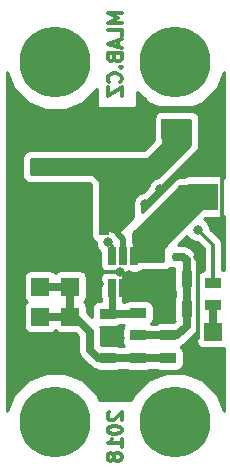
<source format=gbr>
G04 #@! TF.GenerationSoftware,KiCad,Pcbnew,(2018-02-10 revision a04965c36)-makepkg*
G04 #@! TF.CreationDate,2018-07-08T18:58:52+02:00*
G04 #@! TF.ProjectId,STEPUPDC01A,53544550555044433031412E6B696361,REV*
G04 #@! TF.SameCoordinates,Original*
G04 #@! TF.FileFunction,Copper,L2,Bot,Signal*
G04 #@! TF.FilePolarity,Positive*
%FSLAX46Y46*%
G04 Gerber Fmt 4.6, Leading zero omitted, Abs format (unit mm)*
G04 Created by KiCad (PCBNEW (2018-02-10 revision a04965c36)-makepkg) date 07/08/18 18:58:52*
%MOMM*%
%LPD*%
G01*
G04 APERTURE LIST*
%ADD10C,0.300000*%
%ADD11R,2.500000X2.300000*%
%ADD12R,2.500000X1.800000*%
%ADD13R,0.600000X0.700000*%
%ADD14R,1.524000X1.524000*%
%ADD15C,6.000000*%
%ADD16R,0.650000X1.560000*%
%ADD17R,0.899000X1.400000*%
%ADD18R,0.889000X1.400000*%
%ADD19R,1.400000X0.889000*%
%ADD20R,1.400000X0.899000*%
%ADD21C,0.800000*%
%ADD22C,0.500000*%
%ADD23C,0.700000*%
%ADD24C,0.600000*%
%ADD25C,0.254000*%
G04 APERTURE END LIST*
D10*
X109127857Y-44167857D02*
X107927857Y-44167857D01*
X108785000Y-44567857D01*
X107927857Y-44967857D01*
X109127857Y-44967857D01*
X109127857Y-46110714D02*
X109127857Y-45539285D01*
X107927857Y-45539285D01*
X108785000Y-46453571D02*
X108785000Y-47025000D01*
X109127857Y-46339285D02*
X107927857Y-46739285D01*
X109127857Y-47139285D01*
X108499285Y-47939285D02*
X108556428Y-48110714D01*
X108613571Y-48167857D01*
X108727857Y-48225000D01*
X108899285Y-48225000D01*
X109013571Y-48167857D01*
X109070714Y-48110714D01*
X109127857Y-47996428D01*
X109127857Y-47539285D01*
X107927857Y-47539285D01*
X107927857Y-47939285D01*
X107985000Y-48053571D01*
X108042142Y-48110714D01*
X108156428Y-48167857D01*
X108270714Y-48167857D01*
X108385000Y-48110714D01*
X108442142Y-48053571D01*
X108499285Y-47939285D01*
X108499285Y-47539285D01*
X109013571Y-48739285D02*
X109070714Y-48796428D01*
X109127857Y-48739285D01*
X109070714Y-48682142D01*
X109013571Y-48739285D01*
X109127857Y-48739285D01*
X109013571Y-49996428D02*
X109070714Y-49939285D01*
X109127857Y-49767857D01*
X109127857Y-49653571D01*
X109070714Y-49482142D01*
X108956428Y-49367857D01*
X108842142Y-49310714D01*
X108613571Y-49253571D01*
X108442142Y-49253571D01*
X108213571Y-49310714D01*
X108099285Y-49367857D01*
X107985000Y-49482142D01*
X107927857Y-49653571D01*
X107927857Y-49767857D01*
X107985000Y-49939285D01*
X108042142Y-49996428D01*
X107927857Y-50396428D02*
X107927857Y-51196428D01*
X109127857Y-50396428D01*
X109127857Y-51196428D01*
X108042142Y-77952857D02*
X107985000Y-78010000D01*
X107927857Y-78124285D01*
X107927857Y-78410000D01*
X107985000Y-78524285D01*
X108042142Y-78581428D01*
X108156428Y-78638571D01*
X108270714Y-78638571D01*
X108442142Y-78581428D01*
X109127857Y-77895714D01*
X109127857Y-78638571D01*
X107927857Y-79381428D02*
X107927857Y-79495714D01*
X107985000Y-79610000D01*
X108042142Y-79667142D01*
X108156428Y-79724285D01*
X108385000Y-79781428D01*
X108670714Y-79781428D01*
X108899285Y-79724285D01*
X109013571Y-79667142D01*
X109070714Y-79610000D01*
X109127857Y-79495714D01*
X109127857Y-79381428D01*
X109070714Y-79267142D01*
X109013571Y-79210000D01*
X108899285Y-79152857D01*
X108670714Y-79095714D01*
X108385000Y-79095714D01*
X108156428Y-79152857D01*
X108042142Y-79210000D01*
X107985000Y-79267142D01*
X107927857Y-79381428D01*
X109127857Y-80924285D02*
X109127857Y-80238571D01*
X109127857Y-80581428D02*
X107927857Y-80581428D01*
X108099285Y-80467142D01*
X108213571Y-80352857D01*
X108270714Y-80238571D01*
X108442142Y-81610000D02*
X108385000Y-81495714D01*
X108327857Y-81438571D01*
X108213571Y-81381428D01*
X108156428Y-81381428D01*
X108042142Y-81438571D01*
X107985000Y-81495714D01*
X107927857Y-81610000D01*
X107927857Y-81838571D01*
X107985000Y-81952857D01*
X108042142Y-82010000D01*
X108156428Y-82067142D01*
X108213571Y-82067142D01*
X108327857Y-82010000D01*
X108385000Y-81952857D01*
X108442142Y-81838571D01*
X108442142Y-81610000D01*
X108499285Y-81495714D01*
X108556428Y-81438571D01*
X108670714Y-81381428D01*
X108899285Y-81381428D01*
X109013571Y-81438571D01*
X109070714Y-81495714D01*
X109127857Y-81610000D01*
X109127857Y-81838571D01*
X109070714Y-81952857D01*
X109013571Y-82010000D01*
X108899285Y-82067142D01*
X108670714Y-82067142D01*
X108556428Y-82010000D01*
X108499285Y-81952857D01*
X108442142Y-81838571D01*
D11*
X116045000Y-59690000D03*
X108745000Y-59690000D03*
D12*
X109760000Y-53975000D03*
X113760000Y-53975000D03*
D13*
X112330000Y-64770000D03*
X113730000Y-64770000D03*
D14*
X102235000Y-54610000D03*
X104775000Y-54610000D03*
X102235000Y-57150000D03*
X104775000Y-57150000D03*
X102235000Y-59690000D03*
X104775000Y-59690000D03*
X104775000Y-72390000D03*
X102235000Y-72390000D03*
X104775000Y-69850000D03*
X102235000Y-69850000D03*
X104775000Y-67310000D03*
X102235000Y-67310000D03*
X104775000Y-64770000D03*
X102235000Y-64770000D03*
D15*
X113665000Y-78740000D03*
X103505000Y-48260000D03*
X113665000Y-48260000D03*
X103505000Y-78740000D03*
D16*
X110170000Y-67390000D03*
X109220000Y-67390000D03*
X108270000Y-67390000D03*
X108270000Y-64690000D03*
X110170000Y-64690000D03*
X109220000Y-64690000D03*
D17*
X107632500Y-62230000D03*
D18*
X105727500Y-62230000D03*
X112712500Y-66675000D03*
D17*
X114617500Y-66675000D03*
X114617500Y-69215000D03*
D18*
X112712500Y-69215000D03*
D19*
X110490000Y-75247500D03*
D20*
X110490000Y-73342500D03*
X107950000Y-73342500D03*
D19*
X107950000Y-75247500D03*
X116840000Y-68897500D03*
D20*
X116840000Y-66992500D03*
X110490000Y-71437500D03*
D19*
X110490000Y-69532500D03*
D20*
X107950000Y-69596000D03*
D19*
X107950000Y-71501000D03*
X113030000Y-71437500D03*
D20*
X113030000Y-73342500D03*
D14*
X116840000Y-71120000D03*
X116840000Y-73660000D03*
D21*
X108966000Y-61722000D03*
X115572755Y-62479190D03*
X112395000Y-59055000D03*
X111125000Y-60325000D03*
X117475000Y-62865000D03*
X115570000Y-64770000D03*
X109220000Y-74930000D03*
X109474000Y-76200000D03*
X108458000Y-76200000D03*
X107442000Y-76200000D03*
X106426000Y-74676000D03*
X115062000Y-74168000D03*
X115062000Y-73152000D03*
X115062000Y-72136000D03*
X113284000Y-67818000D03*
X112522000Y-67818000D03*
X108966000Y-71628000D03*
X108966000Y-70866000D03*
X105156000Y-73914000D03*
X104140000Y-73914000D03*
X103124000Y-73914000D03*
X102108000Y-73914000D03*
X102108000Y-63500000D03*
X103378000Y-63500000D03*
X103378000Y-61214000D03*
X102362000Y-61214000D03*
X101346000Y-61214000D03*
X106172000Y-54102000D03*
X106172000Y-55118000D03*
X107442000Y-55118000D03*
X107442000Y-54102000D03*
X107442000Y-53086000D03*
X105918000Y-53086000D03*
X104648000Y-53086000D03*
X103378000Y-53086000D03*
X102108000Y-53086000D03*
X104394000Y-61214000D03*
X104394000Y-62484000D03*
X104394000Y-63500000D03*
X105410000Y-63500000D03*
X106426000Y-64262000D03*
X106426000Y-65278000D03*
X106680000Y-68072000D03*
X107188000Y-67056000D03*
X107188000Y-66040000D03*
X108966000Y-66070002D03*
X109728000Y-66294000D03*
X110744000Y-66294000D03*
X111760000Y-66294000D03*
X111760000Y-67310000D03*
X111760000Y-68326000D03*
X107950000Y-63530002D03*
D10*
X116840000Y-63746435D02*
X115572755Y-62479190D01*
X116840000Y-66992500D02*
X116840000Y-63746435D01*
D22*
X108712000Y-62738000D02*
X108712000Y-62360000D01*
X108712000Y-62360000D02*
X108582000Y-62230000D01*
X108582000Y-62230000D02*
X107632500Y-62230000D01*
X109220000Y-63246000D02*
X108712000Y-62738000D01*
X109220000Y-64690000D02*
X109220000Y-63246000D01*
D10*
X112395000Y-59055000D02*
X111125000Y-60325000D01*
X114300000Y-57150000D02*
X112395000Y-59055000D01*
X117645001Y-51605001D02*
X117645001Y-57150000D01*
X117645001Y-57150000D02*
X117645001Y-62694999D01*
X117645001Y-57150000D02*
X114300000Y-57150000D01*
X117475000Y-51435000D02*
X117645001Y-51605001D01*
X117645001Y-62694999D02*
X117475000Y-62865000D01*
X110744000Y-52197000D02*
X117119000Y-52197000D01*
X109760000Y-53975000D02*
X109760000Y-52775000D01*
X109760000Y-52775000D02*
X111100000Y-51435000D01*
X115570000Y-71628000D02*
X115570000Y-64770000D01*
X115062000Y-72136000D02*
X115570000Y-71628000D01*
X109474000Y-75184000D02*
X109220000Y-74930000D01*
X109474000Y-76200000D02*
X109474000Y-75184000D01*
X107442000Y-76200000D02*
X108458000Y-76200000D01*
X106997500Y-75247500D02*
X106426000Y-74676000D01*
X107950000Y-75247500D02*
X106997500Y-75247500D01*
X115062000Y-73152000D02*
X115062000Y-74168000D01*
X116586000Y-73660000D02*
X115062000Y-72136000D01*
X116840000Y-73660000D02*
X116586000Y-73660000D01*
X112014000Y-68326000D02*
X112522000Y-67818000D01*
X111760000Y-68326000D02*
X112014000Y-68326000D01*
X108331000Y-71501000D02*
X108966000Y-70866000D01*
X107950000Y-71501000D02*
X108331000Y-71501000D01*
X104140000Y-73914000D02*
X105156000Y-73914000D01*
X102108000Y-73914000D02*
X103124000Y-73914000D01*
X103378000Y-63500000D02*
X102108000Y-63500000D01*
X102362000Y-61214000D02*
X103378000Y-61214000D01*
X102235000Y-60325000D02*
X101346000Y-61214000D01*
X102235000Y-59690000D02*
X102235000Y-60325000D01*
X107442000Y-55118000D02*
X106172000Y-55118000D01*
X107442000Y-53086000D02*
X107442000Y-54102000D01*
X104648000Y-53086000D02*
X105918000Y-53086000D01*
X102108000Y-53086000D02*
X103378000Y-53086000D01*
X104394000Y-62484000D02*
X104394000Y-61214000D01*
X105410000Y-63500000D02*
X104394000Y-63500000D01*
X106426000Y-65278000D02*
X106426000Y-64262000D01*
X107188000Y-67564000D02*
X106680000Y-68072000D01*
X107188000Y-67056000D02*
X107188000Y-67564000D01*
X107218002Y-66070002D02*
X107188000Y-66040000D01*
X108966000Y-66070002D02*
X107218002Y-66070002D01*
X110744000Y-66294000D02*
X109728000Y-66294000D01*
X111760000Y-67310000D02*
X111760000Y-66294000D01*
X110824000Y-67390000D02*
X111760000Y-68326000D01*
X110170000Y-67390000D02*
X110824000Y-67390000D01*
D23*
X113030000Y-71437500D02*
X110490000Y-71437500D01*
X113792000Y-71437500D02*
X113030000Y-71437500D01*
X114617500Y-69215000D02*
X114617500Y-70615000D01*
X114617500Y-70615000D02*
X113795000Y-71437500D01*
X113795000Y-71437500D02*
X113792000Y-71437500D01*
X114617500Y-66675000D02*
X114617500Y-69215000D01*
X114300000Y-64770000D02*
X114617500Y-65087500D01*
X114617500Y-65087500D02*
X114617500Y-66675000D01*
X113730000Y-64770000D02*
X114300000Y-64770000D01*
X104775000Y-67310000D02*
X104775000Y-69850000D01*
X102235000Y-67310000D02*
X104775000Y-67310000D01*
X102235000Y-69850000D02*
X104775000Y-69850000D01*
X107124500Y-73342500D02*
X106426000Y-72644000D01*
X107950000Y-73342500D02*
X107124500Y-73342500D01*
X106426000Y-72644000D02*
X106426000Y-71120000D01*
X106426000Y-71120000D02*
X105156000Y-69850000D01*
X105156000Y-69850000D02*
X104775000Y-69850000D01*
X110490000Y-73342500D02*
X107950000Y-73342500D01*
X113030000Y-73342500D02*
X110490000Y-73342500D01*
X112330000Y-62676000D02*
X112959000Y-62676000D01*
X112959000Y-62676000D02*
X115945000Y-59690000D01*
X115945000Y-59690000D02*
X116045000Y-59690000D01*
X112330000Y-64770000D02*
X112330000Y-62676000D01*
D10*
X108270000Y-63850002D02*
X107950000Y-63530002D01*
X108270000Y-64690000D02*
X108270000Y-63850002D01*
D23*
X116840000Y-68897500D02*
X116840000Y-71120000D01*
D24*
X108270000Y-67390000D02*
X108270000Y-69276000D01*
X108270000Y-69276000D02*
X107950000Y-69596000D01*
D23*
X107950000Y-69596000D02*
X110426500Y-69596000D01*
X110426500Y-69596000D02*
X110490000Y-69532500D01*
D25*
G36*
X114935000Y-55319394D02*
X112234394Y-58020000D01*
X112189126Y-58020000D01*
X111808720Y-58177569D01*
X111517569Y-58468720D01*
X111360000Y-58849126D01*
X111360000Y-58894394D01*
X110964394Y-59290000D01*
X110919126Y-59290000D01*
X110538720Y-59447569D01*
X110247569Y-59738720D01*
X110090000Y-60119126D01*
X110090000Y-60530874D01*
X110109000Y-60576744D01*
X110109000Y-61415394D01*
X108704052Y-62820343D01*
X108536280Y-62652571D01*
X108155874Y-62495002D01*
X107744126Y-62495002D01*
X107363720Y-62652571D01*
X107315000Y-62701291D01*
X107315000Y-58420000D01*
X107305333Y-58371399D01*
X107277803Y-58330197D01*
X106769803Y-57822197D01*
X106728601Y-57794667D01*
X106680000Y-57785000D01*
X101473000Y-57785000D01*
X101473000Y-56515000D01*
X111252000Y-56515000D01*
X111300601Y-56505333D01*
X111341803Y-56477803D01*
X112611803Y-55207803D01*
X112639333Y-55166601D01*
X112649000Y-55118000D01*
X112649000Y-53213000D01*
X114935000Y-53213000D01*
X114935000Y-55319394D01*
X114935000Y-55319394D01*
G37*
X114935000Y-55319394D02*
X112234394Y-58020000D01*
X112189126Y-58020000D01*
X111808720Y-58177569D01*
X111517569Y-58468720D01*
X111360000Y-58849126D01*
X111360000Y-58894394D01*
X110964394Y-59290000D01*
X110919126Y-59290000D01*
X110538720Y-59447569D01*
X110247569Y-59738720D01*
X110090000Y-60119126D01*
X110090000Y-60530874D01*
X110109000Y-60576744D01*
X110109000Y-61415394D01*
X108704052Y-62820343D01*
X108536280Y-62652571D01*
X108155874Y-62495002D01*
X107744126Y-62495002D01*
X107363720Y-62652571D01*
X107315000Y-62701291D01*
X107315000Y-58420000D01*
X107305333Y-58371399D01*
X107277803Y-58330197D01*
X106769803Y-57822197D01*
X106728601Y-57794667D01*
X106680000Y-57785000D01*
X101473000Y-57785000D01*
X101473000Y-56515000D01*
X111252000Y-56515000D01*
X111300601Y-56505333D01*
X111341803Y-56477803D01*
X112611803Y-55207803D01*
X112639333Y-55166601D01*
X112649000Y-55118000D01*
X112649000Y-53213000D01*
X114935000Y-53213000D01*
X114935000Y-55319394D01*
G36*
X115951000Y-60653394D02*
X115014062Y-61590332D01*
X114986475Y-61601759D01*
X114695324Y-61892910D01*
X114683897Y-61920497D01*
X112686197Y-63918197D01*
X112658667Y-63959399D01*
X112649000Y-64008000D01*
X112649000Y-65151000D01*
X110192440Y-65151000D01*
X110192440Y-63910000D01*
X110143157Y-63662235D01*
X110109000Y-63611115D01*
X110109000Y-63313049D01*
X110122337Y-63245999D01*
X110109000Y-63178949D01*
X110109000Y-62790606D01*
X111687201Y-61212405D01*
X111711280Y-61202431D01*
X112002431Y-60911280D01*
X112012405Y-60887201D01*
X112957201Y-59942405D01*
X112981280Y-59932431D01*
X113272431Y-59641280D01*
X113282405Y-59617201D01*
X114098606Y-58801000D01*
X115951000Y-58801000D01*
X115951000Y-60653394D01*
X115951000Y-60653394D01*
G37*
X115951000Y-60653394D02*
X115014062Y-61590332D01*
X114986475Y-61601759D01*
X114695324Y-61892910D01*
X114683897Y-61920497D01*
X112686197Y-63918197D01*
X112658667Y-63959399D01*
X112649000Y-64008000D01*
X112649000Y-65151000D01*
X110192440Y-65151000D01*
X110192440Y-63910000D01*
X110143157Y-63662235D01*
X110109000Y-63611115D01*
X110109000Y-63313049D01*
X110122337Y-63245999D01*
X110109000Y-63178949D01*
X110109000Y-62790606D01*
X111687201Y-61212405D01*
X111711280Y-61202431D01*
X112002431Y-60911280D01*
X112012405Y-60887201D01*
X112957201Y-59942405D01*
X112981280Y-59932431D01*
X113272431Y-59641280D01*
X113282405Y-59617201D01*
X114098606Y-58801000D01*
X115951000Y-58801000D01*
X115951000Y-60653394D01*
G36*
X117756001Y-58086968D02*
X117752809Y-58082191D01*
X117542765Y-57941843D01*
X117295000Y-57892560D01*
X114795000Y-57892560D01*
X114547235Y-57941843D01*
X114401830Y-58039000D01*
X114046000Y-58039000D01*
X113802996Y-58087336D01*
X113596987Y-58224987D01*
X110871000Y-60950974D01*
X110871000Y-60461026D01*
X115511013Y-55821013D01*
X115648664Y-55615004D01*
X115697000Y-55372000D01*
X115697000Y-53086000D01*
X115648664Y-52842996D01*
X115511013Y-52636987D01*
X115305004Y-52499336D01*
X115285673Y-52495491D01*
X115257765Y-52476843D01*
X115010000Y-52427560D01*
X112510000Y-52427560D01*
X112262235Y-52476843D01*
X112052191Y-52617191D01*
X111911843Y-52827235D01*
X111862560Y-53075000D01*
X111862560Y-54875000D01*
X111863292Y-54878682D01*
X110988974Y-55753000D01*
X105599541Y-55753000D01*
X105537000Y-55740560D01*
X104013000Y-55740560D01*
X103950459Y-55753000D01*
X103059541Y-55753000D01*
X102997000Y-55740560D01*
X101473000Y-55740560D01*
X101410459Y-55753000D01*
X101346000Y-55753000D01*
X101102996Y-55801336D01*
X100896987Y-55938987D01*
X100759336Y-56144996D01*
X100711000Y-56388000D01*
X100711000Y-57912000D01*
X100759336Y-58155004D01*
X100896987Y-58361013D01*
X101102996Y-58498664D01*
X101346000Y-58547000D01*
X101410459Y-58547000D01*
X101473000Y-58559440D01*
X102997000Y-58559440D01*
X103059541Y-58547000D01*
X103950459Y-58547000D01*
X104013000Y-58559440D01*
X105537000Y-58559440D01*
X105599541Y-58547000D01*
X106416974Y-58547000D01*
X106553000Y-58683026D01*
X106553000Y-61442322D01*
X106535560Y-61530000D01*
X106535560Y-62930000D01*
X106584843Y-63177765D01*
X106592116Y-63188649D01*
X106601336Y-63235004D01*
X106738987Y-63441013D01*
X106915000Y-63558621D01*
X106915000Y-63735876D01*
X107072569Y-64116282D01*
X107297560Y-64341273D01*
X107297560Y-65470000D01*
X107346843Y-65717765D01*
X107487191Y-65927809D01*
X107655095Y-66040000D01*
X107487191Y-66152191D01*
X107346843Y-66362235D01*
X107297560Y-66610000D01*
X107297560Y-68170000D01*
X107335001Y-68358228D01*
X107335001Y-68499060D01*
X107250000Y-68499060D01*
X107002235Y-68548343D01*
X106792191Y-68688691D01*
X106651843Y-68898735D01*
X106602560Y-69146500D01*
X106602560Y-69903560D01*
X106184440Y-69485440D01*
X106184440Y-69088000D01*
X106135157Y-68840235D01*
X105994809Y-68630191D01*
X105919693Y-68580000D01*
X105994809Y-68529809D01*
X106135157Y-68319765D01*
X106184440Y-68072000D01*
X106184440Y-66548000D01*
X106135157Y-66300235D01*
X105994809Y-66090191D01*
X105784765Y-65949843D01*
X105537000Y-65900560D01*
X104013000Y-65900560D01*
X103765235Y-65949843D01*
X103555191Y-66090191D01*
X103505000Y-66165307D01*
X103454809Y-66090191D01*
X103244765Y-65949843D01*
X102997000Y-65900560D01*
X101473000Y-65900560D01*
X101225235Y-65949843D01*
X101015191Y-66090191D01*
X100874843Y-66300235D01*
X100825560Y-66548000D01*
X100825560Y-68072000D01*
X100874843Y-68319765D01*
X101015191Y-68529809D01*
X101090307Y-68580000D01*
X101015191Y-68630191D01*
X100874843Y-68840235D01*
X100825560Y-69088000D01*
X100825560Y-70612000D01*
X100874843Y-70859765D01*
X101015191Y-71069809D01*
X101225235Y-71210157D01*
X101473000Y-71259440D01*
X102997000Y-71259440D01*
X103244765Y-71210157D01*
X103454809Y-71069809D01*
X103505000Y-70994693D01*
X103555191Y-71069809D01*
X103765235Y-71210157D01*
X104013000Y-71259440D01*
X105172440Y-71259440D01*
X105441001Y-71528001D01*
X105441000Y-72546991D01*
X105421704Y-72644000D01*
X105441000Y-72741008D01*
X105441000Y-72741011D01*
X105498151Y-73028327D01*
X105715855Y-73354145D01*
X105798098Y-73409098D01*
X106359402Y-73970402D01*
X106414355Y-74052645D01*
X106740172Y-74270349D01*
X106858011Y-74293789D01*
X107002235Y-74390157D01*
X107250000Y-74439440D01*
X108650000Y-74439440D01*
X108897765Y-74390157D01*
X108991537Y-74327500D01*
X109448463Y-74327500D01*
X109542235Y-74390157D01*
X109790000Y-74439440D01*
X111190000Y-74439440D01*
X111437765Y-74390157D01*
X111531537Y-74327500D01*
X111988463Y-74327500D01*
X112082235Y-74390157D01*
X112330000Y-74439440D01*
X113730000Y-74439440D01*
X113977765Y-74390157D01*
X114187809Y-74249809D01*
X114328157Y-74039765D01*
X114377440Y-73792000D01*
X114377440Y-72893000D01*
X114328157Y-72645235D01*
X114187809Y-72435191D01*
X114116435Y-72387500D01*
X114136979Y-72373773D01*
X114179328Y-72365349D01*
X114505145Y-72147645D01*
X114560098Y-72065402D01*
X115245405Y-71380096D01*
X115327645Y-71325145D01*
X115382596Y-71242905D01*
X115382598Y-71242903D01*
X115430560Y-71171123D01*
X115430560Y-71882000D01*
X115479843Y-72129765D01*
X115620191Y-72339809D01*
X115830235Y-72480157D01*
X116078000Y-72529440D01*
X117602000Y-72529440D01*
X117756000Y-72498808D01*
X117756000Y-77832177D01*
X117163702Y-76402242D01*
X116002758Y-75241298D01*
X114485911Y-74613000D01*
X112844089Y-74613000D01*
X111327242Y-75241298D01*
X110166298Y-76402242D01*
X109943848Y-76939285D01*
X107226152Y-76939285D01*
X107003702Y-76402242D01*
X105842758Y-75241298D01*
X104325911Y-74613000D01*
X102684089Y-74613000D01*
X101167242Y-75241298D01*
X100006298Y-76402242D01*
X99414000Y-77832177D01*
X99414000Y-49167823D01*
X100006298Y-50597758D01*
X101167242Y-51758702D01*
X102684089Y-52387000D01*
X104325911Y-52387000D01*
X105842758Y-51758702D01*
X107003702Y-50597758D01*
X107011000Y-50580139D01*
X107011000Y-52152857D01*
X110381000Y-52152857D01*
X110381000Y-50812460D01*
X111327242Y-51758702D01*
X112844089Y-52387000D01*
X114485911Y-52387000D01*
X116002758Y-51758702D01*
X117163702Y-50597758D01*
X117756001Y-49167821D01*
X117756001Y-58086968D01*
X117756001Y-58086968D01*
G37*
X117756001Y-58086968D02*
X117752809Y-58082191D01*
X117542765Y-57941843D01*
X117295000Y-57892560D01*
X114795000Y-57892560D01*
X114547235Y-57941843D01*
X114401830Y-58039000D01*
X114046000Y-58039000D01*
X113802996Y-58087336D01*
X113596987Y-58224987D01*
X110871000Y-60950974D01*
X110871000Y-60461026D01*
X115511013Y-55821013D01*
X115648664Y-55615004D01*
X115697000Y-55372000D01*
X115697000Y-53086000D01*
X115648664Y-52842996D01*
X115511013Y-52636987D01*
X115305004Y-52499336D01*
X115285673Y-52495491D01*
X115257765Y-52476843D01*
X115010000Y-52427560D01*
X112510000Y-52427560D01*
X112262235Y-52476843D01*
X112052191Y-52617191D01*
X111911843Y-52827235D01*
X111862560Y-53075000D01*
X111862560Y-54875000D01*
X111863292Y-54878682D01*
X110988974Y-55753000D01*
X105599541Y-55753000D01*
X105537000Y-55740560D01*
X104013000Y-55740560D01*
X103950459Y-55753000D01*
X103059541Y-55753000D01*
X102997000Y-55740560D01*
X101473000Y-55740560D01*
X101410459Y-55753000D01*
X101346000Y-55753000D01*
X101102996Y-55801336D01*
X100896987Y-55938987D01*
X100759336Y-56144996D01*
X100711000Y-56388000D01*
X100711000Y-57912000D01*
X100759336Y-58155004D01*
X100896987Y-58361013D01*
X101102996Y-58498664D01*
X101346000Y-58547000D01*
X101410459Y-58547000D01*
X101473000Y-58559440D01*
X102997000Y-58559440D01*
X103059541Y-58547000D01*
X103950459Y-58547000D01*
X104013000Y-58559440D01*
X105537000Y-58559440D01*
X105599541Y-58547000D01*
X106416974Y-58547000D01*
X106553000Y-58683026D01*
X106553000Y-61442322D01*
X106535560Y-61530000D01*
X106535560Y-62930000D01*
X106584843Y-63177765D01*
X106592116Y-63188649D01*
X106601336Y-63235004D01*
X106738987Y-63441013D01*
X106915000Y-63558621D01*
X106915000Y-63735876D01*
X107072569Y-64116282D01*
X107297560Y-64341273D01*
X107297560Y-65470000D01*
X107346843Y-65717765D01*
X107487191Y-65927809D01*
X107655095Y-66040000D01*
X107487191Y-66152191D01*
X107346843Y-66362235D01*
X107297560Y-66610000D01*
X107297560Y-68170000D01*
X107335001Y-68358228D01*
X107335001Y-68499060D01*
X107250000Y-68499060D01*
X107002235Y-68548343D01*
X106792191Y-68688691D01*
X106651843Y-68898735D01*
X106602560Y-69146500D01*
X106602560Y-69903560D01*
X106184440Y-69485440D01*
X106184440Y-69088000D01*
X106135157Y-68840235D01*
X105994809Y-68630191D01*
X105919693Y-68580000D01*
X105994809Y-68529809D01*
X106135157Y-68319765D01*
X106184440Y-68072000D01*
X106184440Y-66548000D01*
X106135157Y-66300235D01*
X105994809Y-66090191D01*
X105784765Y-65949843D01*
X105537000Y-65900560D01*
X104013000Y-65900560D01*
X103765235Y-65949843D01*
X103555191Y-66090191D01*
X103505000Y-66165307D01*
X103454809Y-66090191D01*
X103244765Y-65949843D01*
X102997000Y-65900560D01*
X101473000Y-65900560D01*
X101225235Y-65949843D01*
X101015191Y-66090191D01*
X100874843Y-66300235D01*
X100825560Y-66548000D01*
X100825560Y-68072000D01*
X100874843Y-68319765D01*
X101015191Y-68529809D01*
X101090307Y-68580000D01*
X101015191Y-68630191D01*
X100874843Y-68840235D01*
X100825560Y-69088000D01*
X100825560Y-70612000D01*
X100874843Y-70859765D01*
X101015191Y-71069809D01*
X101225235Y-71210157D01*
X101473000Y-71259440D01*
X102997000Y-71259440D01*
X103244765Y-71210157D01*
X103454809Y-71069809D01*
X103505000Y-70994693D01*
X103555191Y-71069809D01*
X103765235Y-71210157D01*
X104013000Y-71259440D01*
X105172440Y-71259440D01*
X105441001Y-71528001D01*
X105441000Y-72546991D01*
X105421704Y-72644000D01*
X105441000Y-72741008D01*
X105441000Y-72741011D01*
X105498151Y-73028327D01*
X105715855Y-73354145D01*
X105798098Y-73409098D01*
X106359402Y-73970402D01*
X106414355Y-74052645D01*
X106740172Y-74270349D01*
X106858011Y-74293789D01*
X107002235Y-74390157D01*
X107250000Y-74439440D01*
X108650000Y-74439440D01*
X108897765Y-74390157D01*
X108991537Y-74327500D01*
X109448463Y-74327500D01*
X109542235Y-74390157D01*
X109790000Y-74439440D01*
X111190000Y-74439440D01*
X111437765Y-74390157D01*
X111531537Y-74327500D01*
X111988463Y-74327500D01*
X112082235Y-74390157D01*
X112330000Y-74439440D01*
X113730000Y-74439440D01*
X113977765Y-74390157D01*
X114187809Y-74249809D01*
X114328157Y-74039765D01*
X114377440Y-73792000D01*
X114377440Y-72893000D01*
X114328157Y-72645235D01*
X114187809Y-72435191D01*
X114116435Y-72387500D01*
X114136979Y-72373773D01*
X114179328Y-72365349D01*
X114505145Y-72147645D01*
X114560098Y-72065402D01*
X115245405Y-71380096D01*
X115327645Y-71325145D01*
X115382596Y-71242905D01*
X115382598Y-71242903D01*
X115430560Y-71171123D01*
X115430560Y-71882000D01*
X115479843Y-72129765D01*
X115620191Y-72339809D01*
X115830235Y-72480157D01*
X116078000Y-72529440D01*
X117602000Y-72529440D01*
X117756000Y-72498808D01*
X117756000Y-77832177D01*
X117163702Y-76402242D01*
X116002758Y-75241298D01*
X114485911Y-74613000D01*
X112844089Y-74613000D01*
X111327242Y-75241298D01*
X110166298Y-76402242D01*
X109943848Y-76939285D01*
X107226152Y-76939285D01*
X107003702Y-76402242D01*
X105842758Y-75241298D01*
X104325911Y-74613000D01*
X102684089Y-74613000D01*
X101167242Y-75241298D01*
X100006298Y-76402242D01*
X99414000Y-77832177D01*
X99414000Y-49167823D01*
X100006298Y-50597758D01*
X101167242Y-51758702D01*
X102684089Y-52387000D01*
X104325911Y-52387000D01*
X105842758Y-51758702D01*
X107003702Y-50597758D01*
X107011000Y-50580139D01*
X107011000Y-52152857D01*
X110381000Y-52152857D01*
X110381000Y-50812460D01*
X111327242Y-51758702D01*
X112844089Y-52387000D01*
X114485911Y-52387000D01*
X116002758Y-51758702D01*
X117163702Y-50597758D01*
X117756001Y-49167821D01*
X117756001Y-58086968D01*
G36*
X109191843Y-70740235D02*
X109142560Y-70988000D01*
X109142560Y-71887000D01*
X109191843Y-72134765D01*
X109332191Y-72344809D01*
X109351184Y-72357500D01*
X108991537Y-72357500D01*
X108897765Y-72294843D01*
X108650000Y-72245560D01*
X107420560Y-72245560D01*
X107411000Y-72236000D01*
X107411000Y-71217007D01*
X107430296Y-71119999D01*
X107411000Y-71022991D01*
X107411000Y-71022988D01*
X107353849Y-70735672D01*
X107325296Y-70692940D01*
X108650000Y-70692940D01*
X108897765Y-70643657D01*
X108991537Y-70581000D01*
X109298241Y-70581000D01*
X109191843Y-70740235D01*
X109191843Y-70740235D01*
G37*
X109191843Y-70740235D02*
X109142560Y-70988000D01*
X109142560Y-71887000D01*
X109191843Y-72134765D01*
X109332191Y-72344809D01*
X109351184Y-72357500D01*
X108991537Y-72357500D01*
X108897765Y-72294843D01*
X108650000Y-72245560D01*
X107420560Y-72245560D01*
X107411000Y-72236000D01*
X107411000Y-71217007D01*
X107430296Y-71119999D01*
X107411000Y-71022991D01*
X107411000Y-71022988D01*
X107353849Y-70735672D01*
X107325296Y-70692940D01*
X108650000Y-70692940D01*
X108897765Y-70643657D01*
X108991537Y-70581000D01*
X109298241Y-70581000D01*
X109191843Y-70740235D01*
G36*
X113430000Y-65767440D02*
X113561846Y-65767440D01*
X113520560Y-65975000D01*
X113520560Y-67375000D01*
X113569843Y-67622765D01*
X113632500Y-67716538D01*
X113632501Y-68173462D01*
X113569843Y-68267235D01*
X113520560Y-68515000D01*
X113520560Y-69915000D01*
X113569843Y-70162765D01*
X113612658Y-70226842D01*
X113493940Y-70345560D01*
X112330000Y-70345560D01*
X112082235Y-70394843D01*
X111995946Y-70452500D01*
X111621333Y-70452500D01*
X111647809Y-70434809D01*
X111788157Y-70224765D01*
X111837440Y-69977000D01*
X111837440Y-69088000D01*
X111788157Y-68840235D01*
X111647809Y-68630191D01*
X111437765Y-68489843D01*
X111190000Y-68440560D01*
X109790000Y-68440560D01*
X109542235Y-68489843D01*
X109360912Y-68611000D01*
X109205000Y-68611000D01*
X109205000Y-68358226D01*
X109242440Y-68170000D01*
X109242440Y-66610000D01*
X109193157Y-66362235D01*
X109052809Y-66152191D01*
X109000801Y-66117440D01*
X109545000Y-66117440D01*
X109695000Y-66087603D01*
X109845000Y-66117440D01*
X110495000Y-66117440D01*
X110742765Y-66068157D01*
X110952809Y-65927809D01*
X110962704Y-65913000D01*
X112776000Y-65913000D01*
X113019004Y-65864664D01*
X113225013Y-65727013D01*
X113225218Y-65726707D01*
X113430000Y-65767440D01*
X113430000Y-65767440D01*
G37*
X113430000Y-65767440D02*
X113561846Y-65767440D01*
X113520560Y-65975000D01*
X113520560Y-67375000D01*
X113569843Y-67622765D01*
X113632500Y-67716538D01*
X113632501Y-68173462D01*
X113569843Y-68267235D01*
X113520560Y-68515000D01*
X113520560Y-69915000D01*
X113569843Y-70162765D01*
X113612658Y-70226842D01*
X113493940Y-70345560D01*
X112330000Y-70345560D01*
X112082235Y-70394843D01*
X111995946Y-70452500D01*
X111621333Y-70452500D01*
X111647809Y-70434809D01*
X111788157Y-70224765D01*
X111837440Y-69977000D01*
X111837440Y-69088000D01*
X111788157Y-68840235D01*
X111647809Y-68630191D01*
X111437765Y-68489843D01*
X111190000Y-68440560D01*
X109790000Y-68440560D01*
X109542235Y-68489843D01*
X109360912Y-68611000D01*
X109205000Y-68611000D01*
X109205000Y-68358226D01*
X109242440Y-68170000D01*
X109242440Y-66610000D01*
X109193157Y-66362235D01*
X109052809Y-66152191D01*
X109000801Y-66117440D01*
X109545000Y-66117440D01*
X109695000Y-66087603D01*
X109845000Y-66117440D01*
X110495000Y-66117440D01*
X110742765Y-66068157D01*
X110952809Y-65927809D01*
X110962704Y-65913000D01*
X112776000Y-65913000D01*
X113019004Y-65864664D01*
X113225013Y-65727013D01*
X113225218Y-65726707D01*
X113430000Y-65767440D01*
G36*
X114695324Y-63065470D02*
X114986475Y-63356621D01*
X115366881Y-63514190D01*
X115497598Y-63514190D01*
X116055001Y-64071594D01*
X116055000Y-65912467D01*
X115892235Y-65944843D01*
X115714440Y-66063643D01*
X115714440Y-65975000D01*
X115665157Y-65727235D01*
X115602500Y-65633463D01*
X115602500Y-65184508D01*
X115621796Y-65087500D01*
X115602500Y-64990492D01*
X115602500Y-64990488D01*
X115545349Y-64703172D01*
X115327645Y-64377355D01*
X115245402Y-64322402D01*
X115065098Y-64142098D01*
X115010145Y-64059855D01*
X114684328Y-63842151D01*
X114397012Y-63785000D01*
X114397008Y-63785000D01*
X114300000Y-63765704D01*
X114202992Y-63785000D01*
X114092541Y-63785000D01*
X114030000Y-63772560D01*
X113909466Y-63772560D01*
X114672253Y-63009773D01*
X114695324Y-63065470D01*
X114695324Y-63065470D01*
G37*
X114695324Y-63065470D02*
X114986475Y-63356621D01*
X115366881Y-63514190D01*
X115497598Y-63514190D01*
X116055001Y-64071594D01*
X116055000Y-65912467D01*
X115892235Y-65944843D01*
X115714440Y-66063643D01*
X115714440Y-65975000D01*
X115665157Y-65727235D01*
X115602500Y-65633463D01*
X115602500Y-65184508D01*
X115621796Y-65087500D01*
X115602500Y-64990492D01*
X115602500Y-64990488D01*
X115545349Y-64703172D01*
X115327645Y-64377355D01*
X115245402Y-64322402D01*
X115065098Y-64142098D01*
X115010145Y-64059855D01*
X114684328Y-63842151D01*
X114397012Y-63785000D01*
X114397008Y-63785000D01*
X114300000Y-63765704D01*
X114202992Y-63785000D01*
X114092541Y-63785000D01*
X114030000Y-63772560D01*
X113909466Y-63772560D01*
X114672253Y-63009773D01*
X114695324Y-63065470D01*
G36*
X117756000Y-65938525D02*
X117625000Y-65912467D01*
X117625000Y-63823746D01*
X117640378Y-63746434D01*
X117625000Y-63669122D01*
X117625000Y-63669119D01*
X117579454Y-63440143D01*
X117544485Y-63387809D01*
X117449749Y-63246026D01*
X117449747Y-63246024D01*
X117405953Y-63180482D01*
X117340411Y-63136688D01*
X116607755Y-62404033D01*
X116607755Y-62273316D01*
X116450186Y-61892910D01*
X116159035Y-61601759D01*
X116103338Y-61578688D01*
X116194586Y-61487440D01*
X117295000Y-61487440D01*
X117542765Y-61438157D01*
X117752809Y-61297809D01*
X117756001Y-61293033D01*
X117756000Y-65938525D01*
X117756000Y-65938525D01*
G37*
X117756000Y-65938525D02*
X117625000Y-65912467D01*
X117625000Y-63823746D01*
X117640378Y-63746434D01*
X117625000Y-63669122D01*
X117625000Y-63669119D01*
X117579454Y-63440143D01*
X117544485Y-63387809D01*
X117449749Y-63246026D01*
X117449747Y-63246024D01*
X117405953Y-63180482D01*
X117340411Y-63136688D01*
X116607755Y-62404033D01*
X116607755Y-62273316D01*
X116450186Y-61892910D01*
X116159035Y-61601759D01*
X116103338Y-61578688D01*
X116194586Y-61487440D01*
X117295000Y-61487440D01*
X117542765Y-61438157D01*
X117752809Y-61297809D01*
X117756001Y-61293033D01*
X117756000Y-65938525D01*
M02*

</source>
